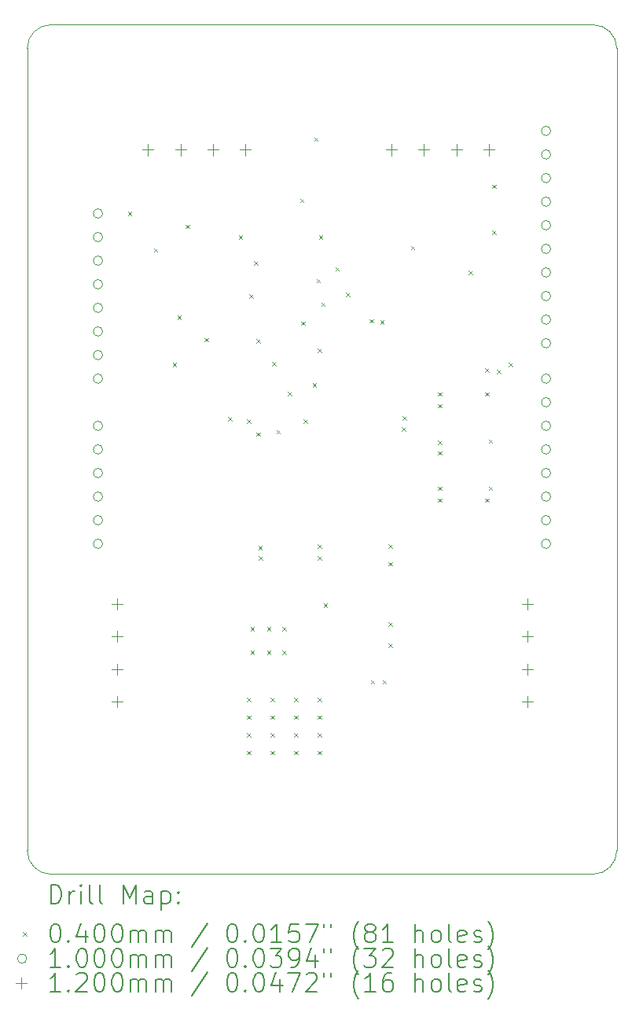
<source format=gbr>
%TF.GenerationSoftware,KiCad,Pcbnew,7.0.10*%
%TF.CreationDate,2024-03-17T22:01:36+02:00*%
%TF.ProjectId,MasterShield,4d617374-6572-4536-9869-656c642e6b69,rev?*%
%TF.SameCoordinates,Original*%
%TF.FileFunction,Drillmap*%
%TF.FilePolarity,Positive*%
%FSLAX45Y45*%
G04 Gerber Fmt 4.5, Leading zero omitted, Abs format (unit mm)*
G04 Created by KiCad (PCBNEW 7.0.10) date 2024-03-17 22:01:36*
%MOMM*%
%LPD*%
G01*
G04 APERTURE LIST*
%ADD10C,0.100000*%
%ADD11C,0.200000*%
%ADD12C,0.120000*%
G04 APERTURE END LIST*
D10*
X19558000Y-13462000D02*
G75*
G03*
X19812000Y-13716000I254000J0D01*
G01*
X19812000Y-4572000D02*
G75*
G03*
X19558000Y-4826000I0J-254000D01*
G01*
X25654000Y-13716000D02*
X20066000Y-13716000D01*
X20066000Y-13716000D02*
X19812000Y-13716000D01*
X19558000Y-13462000D02*
X19558000Y-4826000D01*
X25654000Y-13716000D02*
G75*
G03*
X25908000Y-13462000I0J254000D01*
G01*
X19812000Y-4572000D02*
X25654000Y-4572000D01*
X25908000Y-4826000D02*
X25908000Y-13462000D01*
X25908000Y-4826000D02*
G75*
G03*
X25654000Y-4572000I-254000J0D01*
G01*
D11*
D10*
X20642900Y-6584000D02*
X20682900Y-6624000D01*
X20682900Y-6584000D02*
X20642900Y-6624000D01*
X20922300Y-6977700D02*
X20962300Y-7017700D01*
X20962300Y-6977700D02*
X20922300Y-7017700D01*
X21125500Y-8209600D02*
X21165500Y-8249600D01*
X21165500Y-8209600D02*
X21125500Y-8249600D01*
X21176300Y-7701600D02*
X21216300Y-7741600D01*
X21216300Y-7701600D02*
X21176300Y-7741600D01*
X21265200Y-6723700D02*
X21305200Y-6763700D01*
X21305200Y-6723700D02*
X21265200Y-6763700D01*
X21468400Y-7942900D02*
X21508400Y-7982900D01*
X21508400Y-7942900D02*
X21468400Y-7982900D01*
X21722400Y-8793800D02*
X21762400Y-8833800D01*
X21762400Y-8793800D02*
X21722400Y-8833800D01*
X21836700Y-6838000D02*
X21876700Y-6878000D01*
X21876700Y-6838000D02*
X21836700Y-6878000D01*
X21925600Y-8819200D02*
X21965600Y-8859200D01*
X21965600Y-8819200D02*
X21925600Y-8859200D01*
X21925600Y-11816400D02*
X21965600Y-11856400D01*
X21965600Y-11816400D02*
X21925600Y-11856400D01*
X21925600Y-12006900D02*
X21965600Y-12046900D01*
X21965600Y-12006900D02*
X21925600Y-12046900D01*
X21925600Y-12197400D02*
X21965600Y-12237400D01*
X21965600Y-12197400D02*
X21925600Y-12237400D01*
X21925600Y-12387900D02*
X21965600Y-12427900D01*
X21965600Y-12387900D02*
X21925600Y-12427900D01*
X21951000Y-7473000D02*
X21991000Y-7513000D01*
X21991000Y-7473000D02*
X21951000Y-7513000D01*
X21963700Y-11054400D02*
X22003700Y-11094400D01*
X22003700Y-11054400D02*
X21963700Y-11094400D01*
X21963700Y-11308400D02*
X22003700Y-11348400D01*
X22003700Y-11308400D02*
X21963700Y-11348400D01*
X22001800Y-7117400D02*
X22041800Y-7157400D01*
X22041800Y-7117400D02*
X22001800Y-7157400D01*
X22027200Y-7955600D02*
X22067200Y-7995600D01*
X22067200Y-7955600D02*
X22027200Y-7995600D01*
X22027200Y-8958900D02*
X22067200Y-8998900D01*
X22067200Y-8958900D02*
X22027200Y-8998900D01*
X22048241Y-10181686D02*
X22088241Y-10221686D01*
X22088241Y-10181686D02*
X22048241Y-10221686D01*
X22052600Y-10292400D02*
X22092600Y-10332400D01*
X22092600Y-10292400D02*
X22052600Y-10332400D01*
X22141500Y-11054400D02*
X22181500Y-11094400D01*
X22181500Y-11054400D02*
X22141500Y-11094400D01*
X22141500Y-11308400D02*
X22181500Y-11348400D01*
X22181500Y-11308400D02*
X22141500Y-11348400D01*
X22179600Y-11816400D02*
X22219600Y-11856400D01*
X22219600Y-11816400D02*
X22179600Y-11856400D01*
X22179600Y-12006900D02*
X22219600Y-12046900D01*
X22219600Y-12006900D02*
X22179600Y-12046900D01*
X22179600Y-12197400D02*
X22219600Y-12237400D01*
X22219600Y-12197400D02*
X22179600Y-12237400D01*
X22179600Y-12387900D02*
X22219600Y-12427900D01*
X22219600Y-12387900D02*
X22179600Y-12427900D01*
X22193740Y-8202500D02*
X22233740Y-8242500D01*
X22233740Y-8202500D02*
X22193740Y-8242500D01*
X22243100Y-8933500D02*
X22283100Y-8973500D01*
X22283100Y-8933500D02*
X22243100Y-8973500D01*
X22306600Y-11054400D02*
X22346600Y-11094400D01*
X22346600Y-11054400D02*
X22306600Y-11094400D01*
X22306600Y-11308400D02*
X22346600Y-11348400D01*
X22346600Y-11308400D02*
X22306600Y-11348400D01*
X22363598Y-8520902D02*
X22403598Y-8560902D01*
X22403598Y-8520902D02*
X22363598Y-8560902D01*
X22433600Y-11816400D02*
X22473600Y-11856400D01*
X22473600Y-11816400D02*
X22433600Y-11856400D01*
X22433600Y-12006900D02*
X22473600Y-12046900D01*
X22473600Y-12006900D02*
X22433600Y-12046900D01*
X22433600Y-12197400D02*
X22473600Y-12237400D01*
X22473600Y-12197400D02*
X22433600Y-12237400D01*
X22433600Y-12387900D02*
X22473600Y-12427900D01*
X22473600Y-12387900D02*
X22433600Y-12427900D01*
X22497100Y-6444300D02*
X22537100Y-6484300D01*
X22537100Y-6444300D02*
X22497100Y-6484300D01*
X22509800Y-7765100D02*
X22549800Y-7805100D01*
X22549800Y-7765100D02*
X22509800Y-7805100D01*
X22535200Y-8819200D02*
X22575200Y-8859200D01*
X22575200Y-8819200D02*
X22535200Y-8859200D01*
X22630450Y-8431850D02*
X22670450Y-8471850D01*
X22670450Y-8431850D02*
X22630450Y-8471850D01*
X22649500Y-5783900D02*
X22689500Y-5823900D01*
X22689500Y-5783900D02*
X22649500Y-5823900D01*
X22674900Y-7307900D02*
X22714900Y-7347900D01*
X22714900Y-7307900D02*
X22674900Y-7347900D01*
X22687600Y-8057200D02*
X22727600Y-8097200D01*
X22727600Y-8057200D02*
X22687600Y-8097200D01*
X22687600Y-10165400D02*
X22727600Y-10205400D01*
X22727600Y-10165400D02*
X22687600Y-10205400D01*
X22687600Y-10292400D02*
X22727600Y-10332400D01*
X22727600Y-10292400D02*
X22687600Y-10332400D01*
X22687600Y-11816400D02*
X22727600Y-11856400D01*
X22727600Y-11816400D02*
X22687600Y-11856400D01*
X22687600Y-12006900D02*
X22727600Y-12046900D01*
X22727600Y-12006900D02*
X22687600Y-12046900D01*
X22687600Y-12197400D02*
X22727600Y-12237400D01*
X22727600Y-12197400D02*
X22687600Y-12237400D01*
X22687600Y-12387900D02*
X22727600Y-12427900D01*
X22727600Y-12387900D02*
X22687600Y-12427900D01*
X22700300Y-6838000D02*
X22740300Y-6878000D01*
X22740300Y-6838000D02*
X22700300Y-6878000D01*
X22725700Y-7561900D02*
X22765700Y-7601900D01*
X22765700Y-7561900D02*
X22725700Y-7601900D01*
X22751100Y-10800400D02*
X22791100Y-10840400D01*
X22791100Y-10800400D02*
X22751100Y-10840400D01*
X22878100Y-7180900D02*
X22918100Y-7220900D01*
X22918100Y-7180900D02*
X22878100Y-7220900D01*
X22992400Y-7453800D02*
X23032400Y-7493800D01*
X23032400Y-7453800D02*
X22992400Y-7493800D01*
X23246400Y-7739700D02*
X23286400Y-7779700D01*
X23286400Y-7739700D02*
X23246400Y-7779700D01*
X23259100Y-11625900D02*
X23299100Y-11665900D01*
X23299100Y-11625900D02*
X23259100Y-11665900D01*
X23360700Y-7752400D02*
X23400700Y-7792400D01*
X23400700Y-7752400D02*
X23360700Y-7792400D01*
X23386100Y-11625900D02*
X23426100Y-11665900D01*
X23426100Y-11625900D02*
X23386100Y-11665900D01*
X23449600Y-10165400D02*
X23489600Y-10205400D01*
X23489600Y-10165400D02*
X23449600Y-10205400D01*
X23449600Y-10355900D02*
X23489600Y-10395900D01*
X23489600Y-10355900D02*
X23449600Y-10395900D01*
X23449600Y-11003600D02*
X23489600Y-11043600D01*
X23489600Y-11003600D02*
X23449600Y-11043600D01*
X23449600Y-11232200D02*
X23489600Y-11272200D01*
X23489600Y-11232200D02*
X23449600Y-11272200D01*
X23591840Y-8905560D02*
X23631840Y-8945560D01*
X23631840Y-8905560D02*
X23591840Y-8945560D01*
X23599460Y-8783640D02*
X23639460Y-8823640D01*
X23639460Y-8783640D02*
X23599460Y-8823640D01*
X23690900Y-6952300D02*
X23730900Y-6992300D01*
X23730900Y-6952300D02*
X23690900Y-6992300D01*
X23983000Y-8527100D02*
X24023000Y-8567100D01*
X24023000Y-8527100D02*
X23983000Y-8567100D01*
X23983000Y-8654100D02*
X24023000Y-8694100D01*
X24023000Y-8654100D02*
X23983000Y-8694100D01*
X23983000Y-9047800D02*
X24023000Y-9087800D01*
X24023000Y-9047800D02*
X23983000Y-9087800D01*
X23983000Y-9162100D02*
X24023000Y-9202100D01*
X24023000Y-9162100D02*
X23983000Y-9202100D01*
X23983000Y-9543100D02*
X24023000Y-9583100D01*
X24023000Y-9543100D02*
X23983000Y-9583100D01*
X23983000Y-9670100D02*
X24023000Y-9710100D01*
X24023000Y-9670100D02*
X23983000Y-9710100D01*
X24313200Y-7219000D02*
X24353200Y-7259000D01*
X24353200Y-7219000D02*
X24313200Y-7259000D01*
X24491000Y-8270247D02*
X24531000Y-8310247D01*
X24531000Y-8270247D02*
X24491000Y-8310247D01*
X24491000Y-8527100D02*
X24531000Y-8567100D01*
X24531000Y-8527100D02*
X24491000Y-8567100D01*
X24491000Y-9670100D02*
X24531000Y-9710100D01*
X24531000Y-9670100D02*
X24491000Y-9710100D01*
X24529100Y-9035100D02*
X24569100Y-9075100D01*
X24569100Y-9035100D02*
X24529100Y-9075100D01*
X24529100Y-9543100D02*
X24569100Y-9583100D01*
X24569100Y-9543100D02*
X24529100Y-9583100D01*
X24567200Y-6291900D02*
X24607200Y-6331900D01*
X24607200Y-6291900D02*
X24567200Y-6331900D01*
X24567200Y-6787200D02*
X24607200Y-6827200D01*
X24607200Y-6787200D02*
X24567200Y-6827200D01*
X24618000Y-8285800D02*
X24658000Y-8325800D01*
X24658000Y-8285800D02*
X24618000Y-8325800D01*
X24745000Y-8209600D02*
X24785000Y-8249600D01*
X24785000Y-8209600D02*
X24745000Y-8249600D01*
X20370000Y-6604000D02*
G75*
G03*
X20270000Y-6604000I-50000J0D01*
G01*
X20270000Y-6604000D02*
G75*
G03*
X20370000Y-6604000I50000J0D01*
G01*
X20370000Y-6858000D02*
G75*
G03*
X20270000Y-6858000I-50000J0D01*
G01*
X20270000Y-6858000D02*
G75*
G03*
X20370000Y-6858000I50000J0D01*
G01*
X20370000Y-7112000D02*
G75*
G03*
X20270000Y-7112000I-50000J0D01*
G01*
X20270000Y-7112000D02*
G75*
G03*
X20370000Y-7112000I50000J0D01*
G01*
X20370000Y-7366000D02*
G75*
G03*
X20270000Y-7366000I-50000J0D01*
G01*
X20270000Y-7366000D02*
G75*
G03*
X20370000Y-7366000I50000J0D01*
G01*
X20370000Y-7620000D02*
G75*
G03*
X20270000Y-7620000I-50000J0D01*
G01*
X20270000Y-7620000D02*
G75*
G03*
X20370000Y-7620000I50000J0D01*
G01*
X20370000Y-7874000D02*
G75*
G03*
X20270000Y-7874000I-50000J0D01*
G01*
X20270000Y-7874000D02*
G75*
G03*
X20370000Y-7874000I50000J0D01*
G01*
X20370000Y-8128000D02*
G75*
G03*
X20270000Y-8128000I-50000J0D01*
G01*
X20270000Y-8128000D02*
G75*
G03*
X20370000Y-8128000I50000J0D01*
G01*
X20370000Y-8382000D02*
G75*
G03*
X20270000Y-8382000I-50000J0D01*
G01*
X20270000Y-8382000D02*
G75*
G03*
X20370000Y-8382000I50000J0D01*
G01*
X20370000Y-8890000D02*
G75*
G03*
X20270000Y-8890000I-50000J0D01*
G01*
X20270000Y-8890000D02*
G75*
G03*
X20370000Y-8890000I50000J0D01*
G01*
X20370000Y-9144000D02*
G75*
G03*
X20270000Y-9144000I-50000J0D01*
G01*
X20270000Y-9144000D02*
G75*
G03*
X20370000Y-9144000I50000J0D01*
G01*
X20370000Y-9398000D02*
G75*
G03*
X20270000Y-9398000I-50000J0D01*
G01*
X20270000Y-9398000D02*
G75*
G03*
X20370000Y-9398000I50000J0D01*
G01*
X20370000Y-9652000D02*
G75*
G03*
X20270000Y-9652000I-50000J0D01*
G01*
X20270000Y-9652000D02*
G75*
G03*
X20370000Y-9652000I50000J0D01*
G01*
X20370000Y-9906000D02*
G75*
G03*
X20270000Y-9906000I-50000J0D01*
G01*
X20270000Y-9906000D02*
G75*
G03*
X20370000Y-9906000I50000J0D01*
G01*
X20370000Y-10160000D02*
G75*
G03*
X20270000Y-10160000I-50000J0D01*
G01*
X20270000Y-10160000D02*
G75*
G03*
X20370000Y-10160000I50000J0D01*
G01*
X25196000Y-5715000D02*
G75*
G03*
X25096000Y-5715000I-50000J0D01*
G01*
X25096000Y-5715000D02*
G75*
G03*
X25196000Y-5715000I50000J0D01*
G01*
X25196000Y-5969000D02*
G75*
G03*
X25096000Y-5969000I-50000J0D01*
G01*
X25096000Y-5969000D02*
G75*
G03*
X25196000Y-5969000I50000J0D01*
G01*
X25196000Y-6223000D02*
G75*
G03*
X25096000Y-6223000I-50000J0D01*
G01*
X25096000Y-6223000D02*
G75*
G03*
X25196000Y-6223000I50000J0D01*
G01*
X25196000Y-6477000D02*
G75*
G03*
X25096000Y-6477000I-50000J0D01*
G01*
X25096000Y-6477000D02*
G75*
G03*
X25196000Y-6477000I50000J0D01*
G01*
X25196000Y-6731000D02*
G75*
G03*
X25096000Y-6731000I-50000J0D01*
G01*
X25096000Y-6731000D02*
G75*
G03*
X25196000Y-6731000I50000J0D01*
G01*
X25196000Y-6985000D02*
G75*
G03*
X25096000Y-6985000I-50000J0D01*
G01*
X25096000Y-6985000D02*
G75*
G03*
X25196000Y-6985000I50000J0D01*
G01*
X25196000Y-7239000D02*
G75*
G03*
X25096000Y-7239000I-50000J0D01*
G01*
X25096000Y-7239000D02*
G75*
G03*
X25196000Y-7239000I50000J0D01*
G01*
X25196000Y-7493000D02*
G75*
G03*
X25096000Y-7493000I-50000J0D01*
G01*
X25096000Y-7493000D02*
G75*
G03*
X25196000Y-7493000I50000J0D01*
G01*
X25196000Y-7747000D02*
G75*
G03*
X25096000Y-7747000I-50000J0D01*
G01*
X25096000Y-7747000D02*
G75*
G03*
X25196000Y-7747000I50000J0D01*
G01*
X25196000Y-8001000D02*
G75*
G03*
X25096000Y-8001000I-50000J0D01*
G01*
X25096000Y-8001000D02*
G75*
G03*
X25196000Y-8001000I50000J0D01*
G01*
X25196000Y-8382000D02*
G75*
G03*
X25096000Y-8382000I-50000J0D01*
G01*
X25096000Y-8382000D02*
G75*
G03*
X25196000Y-8382000I50000J0D01*
G01*
X25196000Y-8636000D02*
G75*
G03*
X25096000Y-8636000I-50000J0D01*
G01*
X25096000Y-8636000D02*
G75*
G03*
X25196000Y-8636000I50000J0D01*
G01*
X25196000Y-8890000D02*
G75*
G03*
X25096000Y-8890000I-50000J0D01*
G01*
X25096000Y-8890000D02*
G75*
G03*
X25196000Y-8890000I50000J0D01*
G01*
X25196000Y-9144000D02*
G75*
G03*
X25096000Y-9144000I-50000J0D01*
G01*
X25096000Y-9144000D02*
G75*
G03*
X25196000Y-9144000I50000J0D01*
G01*
X25196000Y-9398000D02*
G75*
G03*
X25096000Y-9398000I-50000J0D01*
G01*
X25096000Y-9398000D02*
G75*
G03*
X25196000Y-9398000I50000J0D01*
G01*
X25196000Y-9652000D02*
G75*
G03*
X25096000Y-9652000I-50000J0D01*
G01*
X25096000Y-9652000D02*
G75*
G03*
X25196000Y-9652000I50000J0D01*
G01*
X25196000Y-9906000D02*
G75*
G03*
X25096000Y-9906000I-50000J0D01*
G01*
X25096000Y-9906000D02*
G75*
G03*
X25196000Y-9906000I50000J0D01*
G01*
X25196000Y-10160000D02*
G75*
G03*
X25096000Y-10160000I-50000J0D01*
G01*
X25096000Y-10160000D02*
G75*
G03*
X25196000Y-10160000I50000J0D01*
G01*
D12*
X20523200Y-10747700D02*
X20523200Y-10867700D01*
X20463200Y-10807700D02*
X20583200Y-10807700D01*
X20523200Y-11097700D02*
X20523200Y-11217700D01*
X20463200Y-11157700D02*
X20583200Y-11157700D01*
X20523200Y-11447700D02*
X20523200Y-11567700D01*
X20463200Y-11507700D02*
X20583200Y-11507700D01*
X20523200Y-11797700D02*
X20523200Y-11917700D01*
X20463200Y-11857700D02*
X20583200Y-11857700D01*
X20859000Y-5858200D02*
X20859000Y-5978200D01*
X20799000Y-5918200D02*
X20919000Y-5918200D01*
X21209000Y-5858200D02*
X21209000Y-5978200D01*
X21149000Y-5918200D02*
X21269000Y-5918200D01*
X21559000Y-5858200D02*
X21559000Y-5978200D01*
X21499000Y-5918200D02*
X21619000Y-5918200D01*
X21909000Y-5858200D02*
X21909000Y-5978200D01*
X21849000Y-5918200D02*
X21969000Y-5918200D01*
X23480800Y-5858200D02*
X23480800Y-5978200D01*
X23420800Y-5918200D02*
X23540800Y-5918200D01*
X23830800Y-5858200D02*
X23830800Y-5978200D01*
X23770800Y-5918200D02*
X23890800Y-5918200D01*
X24180800Y-5858200D02*
X24180800Y-5978200D01*
X24120800Y-5918200D02*
X24240800Y-5918200D01*
X24530800Y-5858200D02*
X24530800Y-5978200D01*
X24470800Y-5918200D02*
X24590800Y-5918200D01*
X24947880Y-10747700D02*
X24947880Y-10867700D01*
X24887880Y-10807700D02*
X25007880Y-10807700D01*
X24947880Y-11097700D02*
X24947880Y-11217700D01*
X24887880Y-11157700D02*
X25007880Y-11157700D01*
X24947880Y-11447700D02*
X24947880Y-11567700D01*
X24887880Y-11507700D02*
X25007880Y-11507700D01*
X24947880Y-11797700D02*
X24947880Y-11917700D01*
X24887880Y-11857700D02*
X25007880Y-11857700D01*
D11*
X19813777Y-14032484D02*
X19813777Y-13832484D01*
X19813777Y-13832484D02*
X19861396Y-13832484D01*
X19861396Y-13832484D02*
X19889967Y-13842008D01*
X19889967Y-13842008D02*
X19909015Y-13861055D01*
X19909015Y-13861055D02*
X19918539Y-13880103D01*
X19918539Y-13880103D02*
X19928063Y-13918198D01*
X19928063Y-13918198D02*
X19928063Y-13946769D01*
X19928063Y-13946769D02*
X19918539Y-13984865D01*
X19918539Y-13984865D02*
X19909015Y-14003912D01*
X19909015Y-14003912D02*
X19889967Y-14022960D01*
X19889967Y-14022960D02*
X19861396Y-14032484D01*
X19861396Y-14032484D02*
X19813777Y-14032484D01*
X20013777Y-14032484D02*
X20013777Y-13899150D01*
X20013777Y-13937246D02*
X20023301Y-13918198D01*
X20023301Y-13918198D02*
X20032824Y-13908674D01*
X20032824Y-13908674D02*
X20051872Y-13899150D01*
X20051872Y-13899150D02*
X20070920Y-13899150D01*
X20137586Y-14032484D02*
X20137586Y-13899150D01*
X20137586Y-13832484D02*
X20128063Y-13842008D01*
X20128063Y-13842008D02*
X20137586Y-13851531D01*
X20137586Y-13851531D02*
X20147110Y-13842008D01*
X20147110Y-13842008D02*
X20137586Y-13832484D01*
X20137586Y-13832484D02*
X20137586Y-13851531D01*
X20261396Y-14032484D02*
X20242348Y-14022960D01*
X20242348Y-14022960D02*
X20232824Y-14003912D01*
X20232824Y-14003912D02*
X20232824Y-13832484D01*
X20366158Y-14032484D02*
X20347110Y-14022960D01*
X20347110Y-14022960D02*
X20337586Y-14003912D01*
X20337586Y-14003912D02*
X20337586Y-13832484D01*
X20594729Y-14032484D02*
X20594729Y-13832484D01*
X20594729Y-13832484D02*
X20661396Y-13975341D01*
X20661396Y-13975341D02*
X20728063Y-13832484D01*
X20728063Y-13832484D02*
X20728063Y-14032484D01*
X20909015Y-14032484D02*
X20909015Y-13927722D01*
X20909015Y-13927722D02*
X20899491Y-13908674D01*
X20899491Y-13908674D02*
X20880444Y-13899150D01*
X20880444Y-13899150D02*
X20842348Y-13899150D01*
X20842348Y-13899150D02*
X20823301Y-13908674D01*
X20909015Y-14022960D02*
X20889967Y-14032484D01*
X20889967Y-14032484D02*
X20842348Y-14032484D01*
X20842348Y-14032484D02*
X20823301Y-14022960D01*
X20823301Y-14022960D02*
X20813777Y-14003912D01*
X20813777Y-14003912D02*
X20813777Y-13984865D01*
X20813777Y-13984865D02*
X20823301Y-13965817D01*
X20823301Y-13965817D02*
X20842348Y-13956293D01*
X20842348Y-13956293D02*
X20889967Y-13956293D01*
X20889967Y-13956293D02*
X20909015Y-13946769D01*
X21004253Y-13899150D02*
X21004253Y-14099150D01*
X21004253Y-13908674D02*
X21023301Y-13899150D01*
X21023301Y-13899150D02*
X21061396Y-13899150D01*
X21061396Y-13899150D02*
X21080444Y-13908674D01*
X21080444Y-13908674D02*
X21089967Y-13918198D01*
X21089967Y-13918198D02*
X21099491Y-13937246D01*
X21099491Y-13937246D02*
X21099491Y-13994388D01*
X21099491Y-13994388D02*
X21089967Y-14013436D01*
X21089967Y-14013436D02*
X21080444Y-14022960D01*
X21080444Y-14022960D02*
X21061396Y-14032484D01*
X21061396Y-14032484D02*
X21023301Y-14032484D01*
X21023301Y-14032484D02*
X21004253Y-14022960D01*
X21185205Y-14013436D02*
X21194729Y-14022960D01*
X21194729Y-14022960D02*
X21185205Y-14032484D01*
X21185205Y-14032484D02*
X21175682Y-14022960D01*
X21175682Y-14022960D02*
X21185205Y-14013436D01*
X21185205Y-14013436D02*
X21185205Y-14032484D01*
X21185205Y-13908674D02*
X21194729Y-13918198D01*
X21194729Y-13918198D02*
X21185205Y-13927722D01*
X21185205Y-13927722D02*
X21175682Y-13918198D01*
X21175682Y-13918198D02*
X21185205Y-13908674D01*
X21185205Y-13908674D02*
X21185205Y-13927722D01*
D10*
X19513000Y-14341000D02*
X19553000Y-14381000D01*
X19553000Y-14341000D02*
X19513000Y-14381000D01*
D11*
X19851872Y-14252484D02*
X19870920Y-14252484D01*
X19870920Y-14252484D02*
X19889967Y-14262008D01*
X19889967Y-14262008D02*
X19899491Y-14271531D01*
X19899491Y-14271531D02*
X19909015Y-14290579D01*
X19909015Y-14290579D02*
X19918539Y-14328674D01*
X19918539Y-14328674D02*
X19918539Y-14376293D01*
X19918539Y-14376293D02*
X19909015Y-14414388D01*
X19909015Y-14414388D02*
X19899491Y-14433436D01*
X19899491Y-14433436D02*
X19889967Y-14442960D01*
X19889967Y-14442960D02*
X19870920Y-14452484D01*
X19870920Y-14452484D02*
X19851872Y-14452484D01*
X19851872Y-14452484D02*
X19832824Y-14442960D01*
X19832824Y-14442960D02*
X19823301Y-14433436D01*
X19823301Y-14433436D02*
X19813777Y-14414388D01*
X19813777Y-14414388D02*
X19804253Y-14376293D01*
X19804253Y-14376293D02*
X19804253Y-14328674D01*
X19804253Y-14328674D02*
X19813777Y-14290579D01*
X19813777Y-14290579D02*
X19823301Y-14271531D01*
X19823301Y-14271531D02*
X19832824Y-14262008D01*
X19832824Y-14262008D02*
X19851872Y-14252484D01*
X20004253Y-14433436D02*
X20013777Y-14442960D01*
X20013777Y-14442960D02*
X20004253Y-14452484D01*
X20004253Y-14452484D02*
X19994729Y-14442960D01*
X19994729Y-14442960D02*
X20004253Y-14433436D01*
X20004253Y-14433436D02*
X20004253Y-14452484D01*
X20185205Y-14319150D02*
X20185205Y-14452484D01*
X20137586Y-14242960D02*
X20089967Y-14385817D01*
X20089967Y-14385817D02*
X20213777Y-14385817D01*
X20328063Y-14252484D02*
X20347110Y-14252484D01*
X20347110Y-14252484D02*
X20366158Y-14262008D01*
X20366158Y-14262008D02*
X20375682Y-14271531D01*
X20375682Y-14271531D02*
X20385205Y-14290579D01*
X20385205Y-14290579D02*
X20394729Y-14328674D01*
X20394729Y-14328674D02*
X20394729Y-14376293D01*
X20394729Y-14376293D02*
X20385205Y-14414388D01*
X20385205Y-14414388D02*
X20375682Y-14433436D01*
X20375682Y-14433436D02*
X20366158Y-14442960D01*
X20366158Y-14442960D02*
X20347110Y-14452484D01*
X20347110Y-14452484D02*
X20328063Y-14452484D01*
X20328063Y-14452484D02*
X20309015Y-14442960D01*
X20309015Y-14442960D02*
X20299491Y-14433436D01*
X20299491Y-14433436D02*
X20289967Y-14414388D01*
X20289967Y-14414388D02*
X20280444Y-14376293D01*
X20280444Y-14376293D02*
X20280444Y-14328674D01*
X20280444Y-14328674D02*
X20289967Y-14290579D01*
X20289967Y-14290579D02*
X20299491Y-14271531D01*
X20299491Y-14271531D02*
X20309015Y-14262008D01*
X20309015Y-14262008D02*
X20328063Y-14252484D01*
X20518539Y-14252484D02*
X20537586Y-14252484D01*
X20537586Y-14252484D02*
X20556634Y-14262008D01*
X20556634Y-14262008D02*
X20566158Y-14271531D01*
X20566158Y-14271531D02*
X20575682Y-14290579D01*
X20575682Y-14290579D02*
X20585205Y-14328674D01*
X20585205Y-14328674D02*
X20585205Y-14376293D01*
X20585205Y-14376293D02*
X20575682Y-14414388D01*
X20575682Y-14414388D02*
X20566158Y-14433436D01*
X20566158Y-14433436D02*
X20556634Y-14442960D01*
X20556634Y-14442960D02*
X20537586Y-14452484D01*
X20537586Y-14452484D02*
X20518539Y-14452484D01*
X20518539Y-14452484D02*
X20499491Y-14442960D01*
X20499491Y-14442960D02*
X20489967Y-14433436D01*
X20489967Y-14433436D02*
X20480444Y-14414388D01*
X20480444Y-14414388D02*
X20470920Y-14376293D01*
X20470920Y-14376293D02*
X20470920Y-14328674D01*
X20470920Y-14328674D02*
X20480444Y-14290579D01*
X20480444Y-14290579D02*
X20489967Y-14271531D01*
X20489967Y-14271531D02*
X20499491Y-14262008D01*
X20499491Y-14262008D02*
X20518539Y-14252484D01*
X20670920Y-14452484D02*
X20670920Y-14319150D01*
X20670920Y-14338198D02*
X20680444Y-14328674D01*
X20680444Y-14328674D02*
X20699491Y-14319150D01*
X20699491Y-14319150D02*
X20728063Y-14319150D01*
X20728063Y-14319150D02*
X20747110Y-14328674D01*
X20747110Y-14328674D02*
X20756634Y-14347722D01*
X20756634Y-14347722D02*
X20756634Y-14452484D01*
X20756634Y-14347722D02*
X20766158Y-14328674D01*
X20766158Y-14328674D02*
X20785205Y-14319150D01*
X20785205Y-14319150D02*
X20813777Y-14319150D01*
X20813777Y-14319150D02*
X20832825Y-14328674D01*
X20832825Y-14328674D02*
X20842348Y-14347722D01*
X20842348Y-14347722D02*
X20842348Y-14452484D01*
X20937586Y-14452484D02*
X20937586Y-14319150D01*
X20937586Y-14338198D02*
X20947110Y-14328674D01*
X20947110Y-14328674D02*
X20966158Y-14319150D01*
X20966158Y-14319150D02*
X20994729Y-14319150D01*
X20994729Y-14319150D02*
X21013777Y-14328674D01*
X21013777Y-14328674D02*
X21023301Y-14347722D01*
X21023301Y-14347722D02*
X21023301Y-14452484D01*
X21023301Y-14347722D02*
X21032825Y-14328674D01*
X21032825Y-14328674D02*
X21051872Y-14319150D01*
X21051872Y-14319150D02*
X21080444Y-14319150D01*
X21080444Y-14319150D02*
X21099491Y-14328674D01*
X21099491Y-14328674D02*
X21109015Y-14347722D01*
X21109015Y-14347722D02*
X21109015Y-14452484D01*
X21499491Y-14242960D02*
X21328063Y-14500103D01*
X21756634Y-14252484D02*
X21775682Y-14252484D01*
X21775682Y-14252484D02*
X21794729Y-14262008D01*
X21794729Y-14262008D02*
X21804253Y-14271531D01*
X21804253Y-14271531D02*
X21813777Y-14290579D01*
X21813777Y-14290579D02*
X21823301Y-14328674D01*
X21823301Y-14328674D02*
X21823301Y-14376293D01*
X21823301Y-14376293D02*
X21813777Y-14414388D01*
X21813777Y-14414388D02*
X21804253Y-14433436D01*
X21804253Y-14433436D02*
X21794729Y-14442960D01*
X21794729Y-14442960D02*
X21775682Y-14452484D01*
X21775682Y-14452484D02*
X21756634Y-14452484D01*
X21756634Y-14452484D02*
X21737587Y-14442960D01*
X21737587Y-14442960D02*
X21728063Y-14433436D01*
X21728063Y-14433436D02*
X21718539Y-14414388D01*
X21718539Y-14414388D02*
X21709015Y-14376293D01*
X21709015Y-14376293D02*
X21709015Y-14328674D01*
X21709015Y-14328674D02*
X21718539Y-14290579D01*
X21718539Y-14290579D02*
X21728063Y-14271531D01*
X21728063Y-14271531D02*
X21737587Y-14262008D01*
X21737587Y-14262008D02*
X21756634Y-14252484D01*
X21909015Y-14433436D02*
X21918539Y-14442960D01*
X21918539Y-14442960D02*
X21909015Y-14452484D01*
X21909015Y-14452484D02*
X21899491Y-14442960D01*
X21899491Y-14442960D02*
X21909015Y-14433436D01*
X21909015Y-14433436D02*
X21909015Y-14452484D01*
X22042348Y-14252484D02*
X22061396Y-14252484D01*
X22061396Y-14252484D02*
X22080444Y-14262008D01*
X22080444Y-14262008D02*
X22089968Y-14271531D01*
X22089968Y-14271531D02*
X22099491Y-14290579D01*
X22099491Y-14290579D02*
X22109015Y-14328674D01*
X22109015Y-14328674D02*
X22109015Y-14376293D01*
X22109015Y-14376293D02*
X22099491Y-14414388D01*
X22099491Y-14414388D02*
X22089968Y-14433436D01*
X22089968Y-14433436D02*
X22080444Y-14442960D01*
X22080444Y-14442960D02*
X22061396Y-14452484D01*
X22061396Y-14452484D02*
X22042348Y-14452484D01*
X22042348Y-14452484D02*
X22023301Y-14442960D01*
X22023301Y-14442960D02*
X22013777Y-14433436D01*
X22013777Y-14433436D02*
X22004253Y-14414388D01*
X22004253Y-14414388D02*
X21994729Y-14376293D01*
X21994729Y-14376293D02*
X21994729Y-14328674D01*
X21994729Y-14328674D02*
X22004253Y-14290579D01*
X22004253Y-14290579D02*
X22013777Y-14271531D01*
X22013777Y-14271531D02*
X22023301Y-14262008D01*
X22023301Y-14262008D02*
X22042348Y-14252484D01*
X22299491Y-14452484D02*
X22185206Y-14452484D01*
X22242348Y-14452484D02*
X22242348Y-14252484D01*
X22242348Y-14252484D02*
X22223301Y-14281055D01*
X22223301Y-14281055D02*
X22204253Y-14300103D01*
X22204253Y-14300103D02*
X22185206Y-14309627D01*
X22480444Y-14252484D02*
X22385206Y-14252484D01*
X22385206Y-14252484D02*
X22375682Y-14347722D01*
X22375682Y-14347722D02*
X22385206Y-14338198D01*
X22385206Y-14338198D02*
X22404253Y-14328674D01*
X22404253Y-14328674D02*
X22451872Y-14328674D01*
X22451872Y-14328674D02*
X22470920Y-14338198D01*
X22470920Y-14338198D02*
X22480444Y-14347722D01*
X22480444Y-14347722D02*
X22489967Y-14366769D01*
X22489967Y-14366769D02*
X22489967Y-14414388D01*
X22489967Y-14414388D02*
X22480444Y-14433436D01*
X22480444Y-14433436D02*
X22470920Y-14442960D01*
X22470920Y-14442960D02*
X22451872Y-14452484D01*
X22451872Y-14452484D02*
X22404253Y-14452484D01*
X22404253Y-14452484D02*
X22385206Y-14442960D01*
X22385206Y-14442960D02*
X22375682Y-14433436D01*
X22556634Y-14252484D02*
X22689967Y-14252484D01*
X22689967Y-14252484D02*
X22604253Y-14452484D01*
X22756634Y-14252484D02*
X22756634Y-14290579D01*
X22832825Y-14252484D02*
X22832825Y-14290579D01*
X23128063Y-14528674D02*
X23118539Y-14519150D01*
X23118539Y-14519150D02*
X23099491Y-14490579D01*
X23099491Y-14490579D02*
X23089968Y-14471531D01*
X23089968Y-14471531D02*
X23080444Y-14442960D01*
X23080444Y-14442960D02*
X23070920Y-14395341D01*
X23070920Y-14395341D02*
X23070920Y-14357246D01*
X23070920Y-14357246D02*
X23080444Y-14309627D01*
X23080444Y-14309627D02*
X23089968Y-14281055D01*
X23089968Y-14281055D02*
X23099491Y-14262008D01*
X23099491Y-14262008D02*
X23118539Y-14233436D01*
X23118539Y-14233436D02*
X23128063Y-14223912D01*
X23232825Y-14338198D02*
X23213777Y-14328674D01*
X23213777Y-14328674D02*
X23204253Y-14319150D01*
X23204253Y-14319150D02*
X23194729Y-14300103D01*
X23194729Y-14300103D02*
X23194729Y-14290579D01*
X23194729Y-14290579D02*
X23204253Y-14271531D01*
X23204253Y-14271531D02*
X23213777Y-14262008D01*
X23213777Y-14262008D02*
X23232825Y-14252484D01*
X23232825Y-14252484D02*
X23270920Y-14252484D01*
X23270920Y-14252484D02*
X23289968Y-14262008D01*
X23289968Y-14262008D02*
X23299491Y-14271531D01*
X23299491Y-14271531D02*
X23309015Y-14290579D01*
X23309015Y-14290579D02*
X23309015Y-14300103D01*
X23309015Y-14300103D02*
X23299491Y-14319150D01*
X23299491Y-14319150D02*
X23289968Y-14328674D01*
X23289968Y-14328674D02*
X23270920Y-14338198D01*
X23270920Y-14338198D02*
X23232825Y-14338198D01*
X23232825Y-14338198D02*
X23213777Y-14347722D01*
X23213777Y-14347722D02*
X23204253Y-14357246D01*
X23204253Y-14357246D02*
X23194729Y-14376293D01*
X23194729Y-14376293D02*
X23194729Y-14414388D01*
X23194729Y-14414388D02*
X23204253Y-14433436D01*
X23204253Y-14433436D02*
X23213777Y-14442960D01*
X23213777Y-14442960D02*
X23232825Y-14452484D01*
X23232825Y-14452484D02*
X23270920Y-14452484D01*
X23270920Y-14452484D02*
X23289968Y-14442960D01*
X23289968Y-14442960D02*
X23299491Y-14433436D01*
X23299491Y-14433436D02*
X23309015Y-14414388D01*
X23309015Y-14414388D02*
X23309015Y-14376293D01*
X23309015Y-14376293D02*
X23299491Y-14357246D01*
X23299491Y-14357246D02*
X23289968Y-14347722D01*
X23289968Y-14347722D02*
X23270920Y-14338198D01*
X23499491Y-14452484D02*
X23385206Y-14452484D01*
X23442348Y-14452484D02*
X23442348Y-14252484D01*
X23442348Y-14252484D02*
X23423301Y-14281055D01*
X23423301Y-14281055D02*
X23404253Y-14300103D01*
X23404253Y-14300103D02*
X23385206Y-14309627D01*
X23737587Y-14452484D02*
X23737587Y-14252484D01*
X23823301Y-14452484D02*
X23823301Y-14347722D01*
X23823301Y-14347722D02*
X23813777Y-14328674D01*
X23813777Y-14328674D02*
X23794730Y-14319150D01*
X23794730Y-14319150D02*
X23766158Y-14319150D01*
X23766158Y-14319150D02*
X23747110Y-14328674D01*
X23747110Y-14328674D02*
X23737587Y-14338198D01*
X23947110Y-14452484D02*
X23928063Y-14442960D01*
X23928063Y-14442960D02*
X23918539Y-14433436D01*
X23918539Y-14433436D02*
X23909015Y-14414388D01*
X23909015Y-14414388D02*
X23909015Y-14357246D01*
X23909015Y-14357246D02*
X23918539Y-14338198D01*
X23918539Y-14338198D02*
X23928063Y-14328674D01*
X23928063Y-14328674D02*
X23947110Y-14319150D01*
X23947110Y-14319150D02*
X23975682Y-14319150D01*
X23975682Y-14319150D02*
X23994730Y-14328674D01*
X23994730Y-14328674D02*
X24004253Y-14338198D01*
X24004253Y-14338198D02*
X24013777Y-14357246D01*
X24013777Y-14357246D02*
X24013777Y-14414388D01*
X24013777Y-14414388D02*
X24004253Y-14433436D01*
X24004253Y-14433436D02*
X23994730Y-14442960D01*
X23994730Y-14442960D02*
X23975682Y-14452484D01*
X23975682Y-14452484D02*
X23947110Y-14452484D01*
X24128063Y-14452484D02*
X24109015Y-14442960D01*
X24109015Y-14442960D02*
X24099491Y-14423912D01*
X24099491Y-14423912D02*
X24099491Y-14252484D01*
X24280444Y-14442960D02*
X24261396Y-14452484D01*
X24261396Y-14452484D02*
X24223301Y-14452484D01*
X24223301Y-14452484D02*
X24204253Y-14442960D01*
X24204253Y-14442960D02*
X24194730Y-14423912D01*
X24194730Y-14423912D02*
X24194730Y-14347722D01*
X24194730Y-14347722D02*
X24204253Y-14328674D01*
X24204253Y-14328674D02*
X24223301Y-14319150D01*
X24223301Y-14319150D02*
X24261396Y-14319150D01*
X24261396Y-14319150D02*
X24280444Y-14328674D01*
X24280444Y-14328674D02*
X24289968Y-14347722D01*
X24289968Y-14347722D02*
X24289968Y-14366769D01*
X24289968Y-14366769D02*
X24194730Y-14385817D01*
X24366158Y-14442960D02*
X24385206Y-14452484D01*
X24385206Y-14452484D02*
X24423301Y-14452484D01*
X24423301Y-14452484D02*
X24442349Y-14442960D01*
X24442349Y-14442960D02*
X24451872Y-14423912D01*
X24451872Y-14423912D02*
X24451872Y-14414388D01*
X24451872Y-14414388D02*
X24442349Y-14395341D01*
X24442349Y-14395341D02*
X24423301Y-14385817D01*
X24423301Y-14385817D02*
X24394730Y-14385817D01*
X24394730Y-14385817D02*
X24375682Y-14376293D01*
X24375682Y-14376293D02*
X24366158Y-14357246D01*
X24366158Y-14357246D02*
X24366158Y-14347722D01*
X24366158Y-14347722D02*
X24375682Y-14328674D01*
X24375682Y-14328674D02*
X24394730Y-14319150D01*
X24394730Y-14319150D02*
X24423301Y-14319150D01*
X24423301Y-14319150D02*
X24442349Y-14328674D01*
X24518539Y-14528674D02*
X24528063Y-14519150D01*
X24528063Y-14519150D02*
X24547111Y-14490579D01*
X24547111Y-14490579D02*
X24556634Y-14471531D01*
X24556634Y-14471531D02*
X24566158Y-14442960D01*
X24566158Y-14442960D02*
X24575682Y-14395341D01*
X24575682Y-14395341D02*
X24575682Y-14357246D01*
X24575682Y-14357246D02*
X24566158Y-14309627D01*
X24566158Y-14309627D02*
X24556634Y-14281055D01*
X24556634Y-14281055D02*
X24547111Y-14262008D01*
X24547111Y-14262008D02*
X24528063Y-14233436D01*
X24528063Y-14233436D02*
X24518539Y-14223912D01*
D10*
X19553000Y-14625000D02*
G75*
G03*
X19453000Y-14625000I-50000J0D01*
G01*
X19453000Y-14625000D02*
G75*
G03*
X19553000Y-14625000I50000J0D01*
G01*
D11*
X19918539Y-14716484D02*
X19804253Y-14716484D01*
X19861396Y-14716484D02*
X19861396Y-14516484D01*
X19861396Y-14516484D02*
X19842348Y-14545055D01*
X19842348Y-14545055D02*
X19823301Y-14564103D01*
X19823301Y-14564103D02*
X19804253Y-14573627D01*
X20004253Y-14697436D02*
X20013777Y-14706960D01*
X20013777Y-14706960D02*
X20004253Y-14716484D01*
X20004253Y-14716484D02*
X19994729Y-14706960D01*
X19994729Y-14706960D02*
X20004253Y-14697436D01*
X20004253Y-14697436D02*
X20004253Y-14716484D01*
X20137586Y-14516484D02*
X20156634Y-14516484D01*
X20156634Y-14516484D02*
X20175682Y-14526008D01*
X20175682Y-14526008D02*
X20185205Y-14535531D01*
X20185205Y-14535531D02*
X20194729Y-14554579D01*
X20194729Y-14554579D02*
X20204253Y-14592674D01*
X20204253Y-14592674D02*
X20204253Y-14640293D01*
X20204253Y-14640293D02*
X20194729Y-14678388D01*
X20194729Y-14678388D02*
X20185205Y-14697436D01*
X20185205Y-14697436D02*
X20175682Y-14706960D01*
X20175682Y-14706960D02*
X20156634Y-14716484D01*
X20156634Y-14716484D02*
X20137586Y-14716484D01*
X20137586Y-14716484D02*
X20118539Y-14706960D01*
X20118539Y-14706960D02*
X20109015Y-14697436D01*
X20109015Y-14697436D02*
X20099491Y-14678388D01*
X20099491Y-14678388D02*
X20089967Y-14640293D01*
X20089967Y-14640293D02*
X20089967Y-14592674D01*
X20089967Y-14592674D02*
X20099491Y-14554579D01*
X20099491Y-14554579D02*
X20109015Y-14535531D01*
X20109015Y-14535531D02*
X20118539Y-14526008D01*
X20118539Y-14526008D02*
X20137586Y-14516484D01*
X20328063Y-14516484D02*
X20347110Y-14516484D01*
X20347110Y-14516484D02*
X20366158Y-14526008D01*
X20366158Y-14526008D02*
X20375682Y-14535531D01*
X20375682Y-14535531D02*
X20385205Y-14554579D01*
X20385205Y-14554579D02*
X20394729Y-14592674D01*
X20394729Y-14592674D02*
X20394729Y-14640293D01*
X20394729Y-14640293D02*
X20385205Y-14678388D01*
X20385205Y-14678388D02*
X20375682Y-14697436D01*
X20375682Y-14697436D02*
X20366158Y-14706960D01*
X20366158Y-14706960D02*
X20347110Y-14716484D01*
X20347110Y-14716484D02*
X20328063Y-14716484D01*
X20328063Y-14716484D02*
X20309015Y-14706960D01*
X20309015Y-14706960D02*
X20299491Y-14697436D01*
X20299491Y-14697436D02*
X20289967Y-14678388D01*
X20289967Y-14678388D02*
X20280444Y-14640293D01*
X20280444Y-14640293D02*
X20280444Y-14592674D01*
X20280444Y-14592674D02*
X20289967Y-14554579D01*
X20289967Y-14554579D02*
X20299491Y-14535531D01*
X20299491Y-14535531D02*
X20309015Y-14526008D01*
X20309015Y-14526008D02*
X20328063Y-14516484D01*
X20518539Y-14516484D02*
X20537586Y-14516484D01*
X20537586Y-14516484D02*
X20556634Y-14526008D01*
X20556634Y-14526008D02*
X20566158Y-14535531D01*
X20566158Y-14535531D02*
X20575682Y-14554579D01*
X20575682Y-14554579D02*
X20585205Y-14592674D01*
X20585205Y-14592674D02*
X20585205Y-14640293D01*
X20585205Y-14640293D02*
X20575682Y-14678388D01*
X20575682Y-14678388D02*
X20566158Y-14697436D01*
X20566158Y-14697436D02*
X20556634Y-14706960D01*
X20556634Y-14706960D02*
X20537586Y-14716484D01*
X20537586Y-14716484D02*
X20518539Y-14716484D01*
X20518539Y-14716484D02*
X20499491Y-14706960D01*
X20499491Y-14706960D02*
X20489967Y-14697436D01*
X20489967Y-14697436D02*
X20480444Y-14678388D01*
X20480444Y-14678388D02*
X20470920Y-14640293D01*
X20470920Y-14640293D02*
X20470920Y-14592674D01*
X20470920Y-14592674D02*
X20480444Y-14554579D01*
X20480444Y-14554579D02*
X20489967Y-14535531D01*
X20489967Y-14535531D02*
X20499491Y-14526008D01*
X20499491Y-14526008D02*
X20518539Y-14516484D01*
X20670920Y-14716484D02*
X20670920Y-14583150D01*
X20670920Y-14602198D02*
X20680444Y-14592674D01*
X20680444Y-14592674D02*
X20699491Y-14583150D01*
X20699491Y-14583150D02*
X20728063Y-14583150D01*
X20728063Y-14583150D02*
X20747110Y-14592674D01*
X20747110Y-14592674D02*
X20756634Y-14611722D01*
X20756634Y-14611722D02*
X20756634Y-14716484D01*
X20756634Y-14611722D02*
X20766158Y-14592674D01*
X20766158Y-14592674D02*
X20785205Y-14583150D01*
X20785205Y-14583150D02*
X20813777Y-14583150D01*
X20813777Y-14583150D02*
X20832825Y-14592674D01*
X20832825Y-14592674D02*
X20842348Y-14611722D01*
X20842348Y-14611722D02*
X20842348Y-14716484D01*
X20937586Y-14716484D02*
X20937586Y-14583150D01*
X20937586Y-14602198D02*
X20947110Y-14592674D01*
X20947110Y-14592674D02*
X20966158Y-14583150D01*
X20966158Y-14583150D02*
X20994729Y-14583150D01*
X20994729Y-14583150D02*
X21013777Y-14592674D01*
X21013777Y-14592674D02*
X21023301Y-14611722D01*
X21023301Y-14611722D02*
X21023301Y-14716484D01*
X21023301Y-14611722D02*
X21032825Y-14592674D01*
X21032825Y-14592674D02*
X21051872Y-14583150D01*
X21051872Y-14583150D02*
X21080444Y-14583150D01*
X21080444Y-14583150D02*
X21099491Y-14592674D01*
X21099491Y-14592674D02*
X21109015Y-14611722D01*
X21109015Y-14611722D02*
X21109015Y-14716484D01*
X21499491Y-14506960D02*
X21328063Y-14764103D01*
X21756634Y-14516484D02*
X21775682Y-14516484D01*
X21775682Y-14516484D02*
X21794729Y-14526008D01*
X21794729Y-14526008D02*
X21804253Y-14535531D01*
X21804253Y-14535531D02*
X21813777Y-14554579D01*
X21813777Y-14554579D02*
X21823301Y-14592674D01*
X21823301Y-14592674D02*
X21823301Y-14640293D01*
X21823301Y-14640293D02*
X21813777Y-14678388D01*
X21813777Y-14678388D02*
X21804253Y-14697436D01*
X21804253Y-14697436D02*
X21794729Y-14706960D01*
X21794729Y-14706960D02*
X21775682Y-14716484D01*
X21775682Y-14716484D02*
X21756634Y-14716484D01*
X21756634Y-14716484D02*
X21737587Y-14706960D01*
X21737587Y-14706960D02*
X21728063Y-14697436D01*
X21728063Y-14697436D02*
X21718539Y-14678388D01*
X21718539Y-14678388D02*
X21709015Y-14640293D01*
X21709015Y-14640293D02*
X21709015Y-14592674D01*
X21709015Y-14592674D02*
X21718539Y-14554579D01*
X21718539Y-14554579D02*
X21728063Y-14535531D01*
X21728063Y-14535531D02*
X21737587Y-14526008D01*
X21737587Y-14526008D02*
X21756634Y-14516484D01*
X21909015Y-14697436D02*
X21918539Y-14706960D01*
X21918539Y-14706960D02*
X21909015Y-14716484D01*
X21909015Y-14716484D02*
X21899491Y-14706960D01*
X21899491Y-14706960D02*
X21909015Y-14697436D01*
X21909015Y-14697436D02*
X21909015Y-14716484D01*
X22042348Y-14516484D02*
X22061396Y-14516484D01*
X22061396Y-14516484D02*
X22080444Y-14526008D01*
X22080444Y-14526008D02*
X22089968Y-14535531D01*
X22089968Y-14535531D02*
X22099491Y-14554579D01*
X22099491Y-14554579D02*
X22109015Y-14592674D01*
X22109015Y-14592674D02*
X22109015Y-14640293D01*
X22109015Y-14640293D02*
X22099491Y-14678388D01*
X22099491Y-14678388D02*
X22089968Y-14697436D01*
X22089968Y-14697436D02*
X22080444Y-14706960D01*
X22080444Y-14706960D02*
X22061396Y-14716484D01*
X22061396Y-14716484D02*
X22042348Y-14716484D01*
X22042348Y-14716484D02*
X22023301Y-14706960D01*
X22023301Y-14706960D02*
X22013777Y-14697436D01*
X22013777Y-14697436D02*
X22004253Y-14678388D01*
X22004253Y-14678388D02*
X21994729Y-14640293D01*
X21994729Y-14640293D02*
X21994729Y-14592674D01*
X21994729Y-14592674D02*
X22004253Y-14554579D01*
X22004253Y-14554579D02*
X22013777Y-14535531D01*
X22013777Y-14535531D02*
X22023301Y-14526008D01*
X22023301Y-14526008D02*
X22042348Y-14516484D01*
X22175682Y-14516484D02*
X22299491Y-14516484D01*
X22299491Y-14516484D02*
X22232825Y-14592674D01*
X22232825Y-14592674D02*
X22261396Y-14592674D01*
X22261396Y-14592674D02*
X22280444Y-14602198D01*
X22280444Y-14602198D02*
X22289968Y-14611722D01*
X22289968Y-14611722D02*
X22299491Y-14630769D01*
X22299491Y-14630769D02*
X22299491Y-14678388D01*
X22299491Y-14678388D02*
X22289968Y-14697436D01*
X22289968Y-14697436D02*
X22280444Y-14706960D01*
X22280444Y-14706960D02*
X22261396Y-14716484D01*
X22261396Y-14716484D02*
X22204253Y-14716484D01*
X22204253Y-14716484D02*
X22185206Y-14706960D01*
X22185206Y-14706960D02*
X22175682Y-14697436D01*
X22394729Y-14716484D02*
X22432825Y-14716484D01*
X22432825Y-14716484D02*
X22451872Y-14706960D01*
X22451872Y-14706960D02*
X22461396Y-14697436D01*
X22461396Y-14697436D02*
X22480444Y-14668865D01*
X22480444Y-14668865D02*
X22489967Y-14630769D01*
X22489967Y-14630769D02*
X22489967Y-14554579D01*
X22489967Y-14554579D02*
X22480444Y-14535531D01*
X22480444Y-14535531D02*
X22470920Y-14526008D01*
X22470920Y-14526008D02*
X22451872Y-14516484D01*
X22451872Y-14516484D02*
X22413777Y-14516484D01*
X22413777Y-14516484D02*
X22394729Y-14526008D01*
X22394729Y-14526008D02*
X22385206Y-14535531D01*
X22385206Y-14535531D02*
X22375682Y-14554579D01*
X22375682Y-14554579D02*
X22375682Y-14602198D01*
X22375682Y-14602198D02*
X22385206Y-14621246D01*
X22385206Y-14621246D02*
X22394729Y-14630769D01*
X22394729Y-14630769D02*
X22413777Y-14640293D01*
X22413777Y-14640293D02*
X22451872Y-14640293D01*
X22451872Y-14640293D02*
X22470920Y-14630769D01*
X22470920Y-14630769D02*
X22480444Y-14621246D01*
X22480444Y-14621246D02*
X22489967Y-14602198D01*
X22661396Y-14583150D02*
X22661396Y-14716484D01*
X22613777Y-14506960D02*
X22566158Y-14649817D01*
X22566158Y-14649817D02*
X22689967Y-14649817D01*
X22756634Y-14516484D02*
X22756634Y-14554579D01*
X22832825Y-14516484D02*
X22832825Y-14554579D01*
X23128063Y-14792674D02*
X23118539Y-14783150D01*
X23118539Y-14783150D02*
X23099491Y-14754579D01*
X23099491Y-14754579D02*
X23089968Y-14735531D01*
X23089968Y-14735531D02*
X23080444Y-14706960D01*
X23080444Y-14706960D02*
X23070920Y-14659341D01*
X23070920Y-14659341D02*
X23070920Y-14621246D01*
X23070920Y-14621246D02*
X23080444Y-14573627D01*
X23080444Y-14573627D02*
X23089968Y-14545055D01*
X23089968Y-14545055D02*
X23099491Y-14526008D01*
X23099491Y-14526008D02*
X23118539Y-14497436D01*
X23118539Y-14497436D02*
X23128063Y-14487912D01*
X23185206Y-14516484D02*
X23309015Y-14516484D01*
X23309015Y-14516484D02*
X23242348Y-14592674D01*
X23242348Y-14592674D02*
X23270920Y-14592674D01*
X23270920Y-14592674D02*
X23289968Y-14602198D01*
X23289968Y-14602198D02*
X23299491Y-14611722D01*
X23299491Y-14611722D02*
X23309015Y-14630769D01*
X23309015Y-14630769D02*
X23309015Y-14678388D01*
X23309015Y-14678388D02*
X23299491Y-14697436D01*
X23299491Y-14697436D02*
X23289968Y-14706960D01*
X23289968Y-14706960D02*
X23270920Y-14716484D01*
X23270920Y-14716484D02*
X23213777Y-14716484D01*
X23213777Y-14716484D02*
X23194729Y-14706960D01*
X23194729Y-14706960D02*
X23185206Y-14697436D01*
X23385206Y-14535531D02*
X23394729Y-14526008D01*
X23394729Y-14526008D02*
X23413777Y-14516484D01*
X23413777Y-14516484D02*
X23461396Y-14516484D01*
X23461396Y-14516484D02*
X23480444Y-14526008D01*
X23480444Y-14526008D02*
X23489968Y-14535531D01*
X23489968Y-14535531D02*
X23499491Y-14554579D01*
X23499491Y-14554579D02*
X23499491Y-14573627D01*
X23499491Y-14573627D02*
X23489968Y-14602198D01*
X23489968Y-14602198D02*
X23375682Y-14716484D01*
X23375682Y-14716484D02*
X23499491Y-14716484D01*
X23737587Y-14716484D02*
X23737587Y-14516484D01*
X23823301Y-14716484D02*
X23823301Y-14611722D01*
X23823301Y-14611722D02*
X23813777Y-14592674D01*
X23813777Y-14592674D02*
X23794730Y-14583150D01*
X23794730Y-14583150D02*
X23766158Y-14583150D01*
X23766158Y-14583150D02*
X23747110Y-14592674D01*
X23747110Y-14592674D02*
X23737587Y-14602198D01*
X23947110Y-14716484D02*
X23928063Y-14706960D01*
X23928063Y-14706960D02*
X23918539Y-14697436D01*
X23918539Y-14697436D02*
X23909015Y-14678388D01*
X23909015Y-14678388D02*
X23909015Y-14621246D01*
X23909015Y-14621246D02*
X23918539Y-14602198D01*
X23918539Y-14602198D02*
X23928063Y-14592674D01*
X23928063Y-14592674D02*
X23947110Y-14583150D01*
X23947110Y-14583150D02*
X23975682Y-14583150D01*
X23975682Y-14583150D02*
X23994730Y-14592674D01*
X23994730Y-14592674D02*
X24004253Y-14602198D01*
X24004253Y-14602198D02*
X24013777Y-14621246D01*
X24013777Y-14621246D02*
X24013777Y-14678388D01*
X24013777Y-14678388D02*
X24004253Y-14697436D01*
X24004253Y-14697436D02*
X23994730Y-14706960D01*
X23994730Y-14706960D02*
X23975682Y-14716484D01*
X23975682Y-14716484D02*
X23947110Y-14716484D01*
X24128063Y-14716484D02*
X24109015Y-14706960D01*
X24109015Y-14706960D02*
X24099491Y-14687912D01*
X24099491Y-14687912D02*
X24099491Y-14516484D01*
X24280444Y-14706960D02*
X24261396Y-14716484D01*
X24261396Y-14716484D02*
X24223301Y-14716484D01*
X24223301Y-14716484D02*
X24204253Y-14706960D01*
X24204253Y-14706960D02*
X24194730Y-14687912D01*
X24194730Y-14687912D02*
X24194730Y-14611722D01*
X24194730Y-14611722D02*
X24204253Y-14592674D01*
X24204253Y-14592674D02*
X24223301Y-14583150D01*
X24223301Y-14583150D02*
X24261396Y-14583150D01*
X24261396Y-14583150D02*
X24280444Y-14592674D01*
X24280444Y-14592674D02*
X24289968Y-14611722D01*
X24289968Y-14611722D02*
X24289968Y-14630769D01*
X24289968Y-14630769D02*
X24194730Y-14649817D01*
X24366158Y-14706960D02*
X24385206Y-14716484D01*
X24385206Y-14716484D02*
X24423301Y-14716484D01*
X24423301Y-14716484D02*
X24442349Y-14706960D01*
X24442349Y-14706960D02*
X24451872Y-14687912D01*
X24451872Y-14687912D02*
X24451872Y-14678388D01*
X24451872Y-14678388D02*
X24442349Y-14659341D01*
X24442349Y-14659341D02*
X24423301Y-14649817D01*
X24423301Y-14649817D02*
X24394730Y-14649817D01*
X24394730Y-14649817D02*
X24375682Y-14640293D01*
X24375682Y-14640293D02*
X24366158Y-14621246D01*
X24366158Y-14621246D02*
X24366158Y-14611722D01*
X24366158Y-14611722D02*
X24375682Y-14592674D01*
X24375682Y-14592674D02*
X24394730Y-14583150D01*
X24394730Y-14583150D02*
X24423301Y-14583150D01*
X24423301Y-14583150D02*
X24442349Y-14592674D01*
X24518539Y-14792674D02*
X24528063Y-14783150D01*
X24528063Y-14783150D02*
X24547111Y-14754579D01*
X24547111Y-14754579D02*
X24556634Y-14735531D01*
X24556634Y-14735531D02*
X24566158Y-14706960D01*
X24566158Y-14706960D02*
X24575682Y-14659341D01*
X24575682Y-14659341D02*
X24575682Y-14621246D01*
X24575682Y-14621246D02*
X24566158Y-14573627D01*
X24566158Y-14573627D02*
X24556634Y-14545055D01*
X24556634Y-14545055D02*
X24547111Y-14526008D01*
X24547111Y-14526008D02*
X24528063Y-14497436D01*
X24528063Y-14497436D02*
X24518539Y-14487912D01*
D12*
X19493000Y-14829000D02*
X19493000Y-14949000D01*
X19433000Y-14889000D02*
X19553000Y-14889000D01*
D11*
X19918539Y-14980484D02*
X19804253Y-14980484D01*
X19861396Y-14980484D02*
X19861396Y-14780484D01*
X19861396Y-14780484D02*
X19842348Y-14809055D01*
X19842348Y-14809055D02*
X19823301Y-14828103D01*
X19823301Y-14828103D02*
X19804253Y-14837627D01*
X20004253Y-14961436D02*
X20013777Y-14970960D01*
X20013777Y-14970960D02*
X20004253Y-14980484D01*
X20004253Y-14980484D02*
X19994729Y-14970960D01*
X19994729Y-14970960D02*
X20004253Y-14961436D01*
X20004253Y-14961436D02*
X20004253Y-14980484D01*
X20089967Y-14799531D02*
X20099491Y-14790008D01*
X20099491Y-14790008D02*
X20118539Y-14780484D01*
X20118539Y-14780484D02*
X20166158Y-14780484D01*
X20166158Y-14780484D02*
X20185205Y-14790008D01*
X20185205Y-14790008D02*
X20194729Y-14799531D01*
X20194729Y-14799531D02*
X20204253Y-14818579D01*
X20204253Y-14818579D02*
X20204253Y-14837627D01*
X20204253Y-14837627D02*
X20194729Y-14866198D01*
X20194729Y-14866198D02*
X20080444Y-14980484D01*
X20080444Y-14980484D02*
X20204253Y-14980484D01*
X20328063Y-14780484D02*
X20347110Y-14780484D01*
X20347110Y-14780484D02*
X20366158Y-14790008D01*
X20366158Y-14790008D02*
X20375682Y-14799531D01*
X20375682Y-14799531D02*
X20385205Y-14818579D01*
X20385205Y-14818579D02*
X20394729Y-14856674D01*
X20394729Y-14856674D02*
X20394729Y-14904293D01*
X20394729Y-14904293D02*
X20385205Y-14942388D01*
X20385205Y-14942388D02*
X20375682Y-14961436D01*
X20375682Y-14961436D02*
X20366158Y-14970960D01*
X20366158Y-14970960D02*
X20347110Y-14980484D01*
X20347110Y-14980484D02*
X20328063Y-14980484D01*
X20328063Y-14980484D02*
X20309015Y-14970960D01*
X20309015Y-14970960D02*
X20299491Y-14961436D01*
X20299491Y-14961436D02*
X20289967Y-14942388D01*
X20289967Y-14942388D02*
X20280444Y-14904293D01*
X20280444Y-14904293D02*
X20280444Y-14856674D01*
X20280444Y-14856674D02*
X20289967Y-14818579D01*
X20289967Y-14818579D02*
X20299491Y-14799531D01*
X20299491Y-14799531D02*
X20309015Y-14790008D01*
X20309015Y-14790008D02*
X20328063Y-14780484D01*
X20518539Y-14780484D02*
X20537586Y-14780484D01*
X20537586Y-14780484D02*
X20556634Y-14790008D01*
X20556634Y-14790008D02*
X20566158Y-14799531D01*
X20566158Y-14799531D02*
X20575682Y-14818579D01*
X20575682Y-14818579D02*
X20585205Y-14856674D01*
X20585205Y-14856674D02*
X20585205Y-14904293D01*
X20585205Y-14904293D02*
X20575682Y-14942388D01*
X20575682Y-14942388D02*
X20566158Y-14961436D01*
X20566158Y-14961436D02*
X20556634Y-14970960D01*
X20556634Y-14970960D02*
X20537586Y-14980484D01*
X20537586Y-14980484D02*
X20518539Y-14980484D01*
X20518539Y-14980484D02*
X20499491Y-14970960D01*
X20499491Y-14970960D02*
X20489967Y-14961436D01*
X20489967Y-14961436D02*
X20480444Y-14942388D01*
X20480444Y-14942388D02*
X20470920Y-14904293D01*
X20470920Y-14904293D02*
X20470920Y-14856674D01*
X20470920Y-14856674D02*
X20480444Y-14818579D01*
X20480444Y-14818579D02*
X20489967Y-14799531D01*
X20489967Y-14799531D02*
X20499491Y-14790008D01*
X20499491Y-14790008D02*
X20518539Y-14780484D01*
X20670920Y-14980484D02*
X20670920Y-14847150D01*
X20670920Y-14866198D02*
X20680444Y-14856674D01*
X20680444Y-14856674D02*
X20699491Y-14847150D01*
X20699491Y-14847150D02*
X20728063Y-14847150D01*
X20728063Y-14847150D02*
X20747110Y-14856674D01*
X20747110Y-14856674D02*
X20756634Y-14875722D01*
X20756634Y-14875722D02*
X20756634Y-14980484D01*
X20756634Y-14875722D02*
X20766158Y-14856674D01*
X20766158Y-14856674D02*
X20785205Y-14847150D01*
X20785205Y-14847150D02*
X20813777Y-14847150D01*
X20813777Y-14847150D02*
X20832825Y-14856674D01*
X20832825Y-14856674D02*
X20842348Y-14875722D01*
X20842348Y-14875722D02*
X20842348Y-14980484D01*
X20937586Y-14980484D02*
X20937586Y-14847150D01*
X20937586Y-14866198D02*
X20947110Y-14856674D01*
X20947110Y-14856674D02*
X20966158Y-14847150D01*
X20966158Y-14847150D02*
X20994729Y-14847150D01*
X20994729Y-14847150D02*
X21013777Y-14856674D01*
X21013777Y-14856674D02*
X21023301Y-14875722D01*
X21023301Y-14875722D02*
X21023301Y-14980484D01*
X21023301Y-14875722D02*
X21032825Y-14856674D01*
X21032825Y-14856674D02*
X21051872Y-14847150D01*
X21051872Y-14847150D02*
X21080444Y-14847150D01*
X21080444Y-14847150D02*
X21099491Y-14856674D01*
X21099491Y-14856674D02*
X21109015Y-14875722D01*
X21109015Y-14875722D02*
X21109015Y-14980484D01*
X21499491Y-14770960D02*
X21328063Y-15028103D01*
X21756634Y-14780484D02*
X21775682Y-14780484D01*
X21775682Y-14780484D02*
X21794729Y-14790008D01*
X21794729Y-14790008D02*
X21804253Y-14799531D01*
X21804253Y-14799531D02*
X21813777Y-14818579D01*
X21813777Y-14818579D02*
X21823301Y-14856674D01*
X21823301Y-14856674D02*
X21823301Y-14904293D01*
X21823301Y-14904293D02*
X21813777Y-14942388D01*
X21813777Y-14942388D02*
X21804253Y-14961436D01*
X21804253Y-14961436D02*
X21794729Y-14970960D01*
X21794729Y-14970960D02*
X21775682Y-14980484D01*
X21775682Y-14980484D02*
X21756634Y-14980484D01*
X21756634Y-14980484D02*
X21737587Y-14970960D01*
X21737587Y-14970960D02*
X21728063Y-14961436D01*
X21728063Y-14961436D02*
X21718539Y-14942388D01*
X21718539Y-14942388D02*
X21709015Y-14904293D01*
X21709015Y-14904293D02*
X21709015Y-14856674D01*
X21709015Y-14856674D02*
X21718539Y-14818579D01*
X21718539Y-14818579D02*
X21728063Y-14799531D01*
X21728063Y-14799531D02*
X21737587Y-14790008D01*
X21737587Y-14790008D02*
X21756634Y-14780484D01*
X21909015Y-14961436D02*
X21918539Y-14970960D01*
X21918539Y-14970960D02*
X21909015Y-14980484D01*
X21909015Y-14980484D02*
X21899491Y-14970960D01*
X21899491Y-14970960D02*
X21909015Y-14961436D01*
X21909015Y-14961436D02*
X21909015Y-14980484D01*
X22042348Y-14780484D02*
X22061396Y-14780484D01*
X22061396Y-14780484D02*
X22080444Y-14790008D01*
X22080444Y-14790008D02*
X22089968Y-14799531D01*
X22089968Y-14799531D02*
X22099491Y-14818579D01*
X22099491Y-14818579D02*
X22109015Y-14856674D01*
X22109015Y-14856674D02*
X22109015Y-14904293D01*
X22109015Y-14904293D02*
X22099491Y-14942388D01*
X22099491Y-14942388D02*
X22089968Y-14961436D01*
X22089968Y-14961436D02*
X22080444Y-14970960D01*
X22080444Y-14970960D02*
X22061396Y-14980484D01*
X22061396Y-14980484D02*
X22042348Y-14980484D01*
X22042348Y-14980484D02*
X22023301Y-14970960D01*
X22023301Y-14970960D02*
X22013777Y-14961436D01*
X22013777Y-14961436D02*
X22004253Y-14942388D01*
X22004253Y-14942388D02*
X21994729Y-14904293D01*
X21994729Y-14904293D02*
X21994729Y-14856674D01*
X21994729Y-14856674D02*
X22004253Y-14818579D01*
X22004253Y-14818579D02*
X22013777Y-14799531D01*
X22013777Y-14799531D02*
X22023301Y-14790008D01*
X22023301Y-14790008D02*
X22042348Y-14780484D01*
X22280444Y-14847150D02*
X22280444Y-14980484D01*
X22232825Y-14770960D02*
X22185206Y-14913817D01*
X22185206Y-14913817D02*
X22309015Y-14913817D01*
X22366158Y-14780484D02*
X22499491Y-14780484D01*
X22499491Y-14780484D02*
X22413777Y-14980484D01*
X22566158Y-14799531D02*
X22575682Y-14790008D01*
X22575682Y-14790008D02*
X22594729Y-14780484D01*
X22594729Y-14780484D02*
X22642348Y-14780484D01*
X22642348Y-14780484D02*
X22661396Y-14790008D01*
X22661396Y-14790008D02*
X22670920Y-14799531D01*
X22670920Y-14799531D02*
X22680444Y-14818579D01*
X22680444Y-14818579D02*
X22680444Y-14837627D01*
X22680444Y-14837627D02*
X22670920Y-14866198D01*
X22670920Y-14866198D02*
X22556634Y-14980484D01*
X22556634Y-14980484D02*
X22680444Y-14980484D01*
X22756634Y-14780484D02*
X22756634Y-14818579D01*
X22832825Y-14780484D02*
X22832825Y-14818579D01*
X23128063Y-15056674D02*
X23118539Y-15047150D01*
X23118539Y-15047150D02*
X23099491Y-15018579D01*
X23099491Y-15018579D02*
X23089968Y-14999531D01*
X23089968Y-14999531D02*
X23080444Y-14970960D01*
X23080444Y-14970960D02*
X23070920Y-14923341D01*
X23070920Y-14923341D02*
X23070920Y-14885246D01*
X23070920Y-14885246D02*
X23080444Y-14837627D01*
X23080444Y-14837627D02*
X23089968Y-14809055D01*
X23089968Y-14809055D02*
X23099491Y-14790008D01*
X23099491Y-14790008D02*
X23118539Y-14761436D01*
X23118539Y-14761436D02*
X23128063Y-14751912D01*
X23309015Y-14980484D02*
X23194729Y-14980484D01*
X23251872Y-14980484D02*
X23251872Y-14780484D01*
X23251872Y-14780484D02*
X23232825Y-14809055D01*
X23232825Y-14809055D02*
X23213777Y-14828103D01*
X23213777Y-14828103D02*
X23194729Y-14837627D01*
X23480444Y-14780484D02*
X23442348Y-14780484D01*
X23442348Y-14780484D02*
X23423301Y-14790008D01*
X23423301Y-14790008D02*
X23413777Y-14799531D01*
X23413777Y-14799531D02*
X23394729Y-14828103D01*
X23394729Y-14828103D02*
X23385206Y-14866198D01*
X23385206Y-14866198D02*
X23385206Y-14942388D01*
X23385206Y-14942388D02*
X23394729Y-14961436D01*
X23394729Y-14961436D02*
X23404253Y-14970960D01*
X23404253Y-14970960D02*
X23423301Y-14980484D01*
X23423301Y-14980484D02*
X23461396Y-14980484D01*
X23461396Y-14980484D02*
X23480444Y-14970960D01*
X23480444Y-14970960D02*
X23489968Y-14961436D01*
X23489968Y-14961436D02*
X23499491Y-14942388D01*
X23499491Y-14942388D02*
X23499491Y-14894769D01*
X23499491Y-14894769D02*
X23489968Y-14875722D01*
X23489968Y-14875722D02*
X23480444Y-14866198D01*
X23480444Y-14866198D02*
X23461396Y-14856674D01*
X23461396Y-14856674D02*
X23423301Y-14856674D01*
X23423301Y-14856674D02*
X23404253Y-14866198D01*
X23404253Y-14866198D02*
X23394729Y-14875722D01*
X23394729Y-14875722D02*
X23385206Y-14894769D01*
X23737587Y-14980484D02*
X23737587Y-14780484D01*
X23823301Y-14980484D02*
X23823301Y-14875722D01*
X23823301Y-14875722D02*
X23813777Y-14856674D01*
X23813777Y-14856674D02*
X23794730Y-14847150D01*
X23794730Y-14847150D02*
X23766158Y-14847150D01*
X23766158Y-14847150D02*
X23747110Y-14856674D01*
X23747110Y-14856674D02*
X23737587Y-14866198D01*
X23947110Y-14980484D02*
X23928063Y-14970960D01*
X23928063Y-14970960D02*
X23918539Y-14961436D01*
X23918539Y-14961436D02*
X23909015Y-14942388D01*
X23909015Y-14942388D02*
X23909015Y-14885246D01*
X23909015Y-14885246D02*
X23918539Y-14866198D01*
X23918539Y-14866198D02*
X23928063Y-14856674D01*
X23928063Y-14856674D02*
X23947110Y-14847150D01*
X23947110Y-14847150D02*
X23975682Y-14847150D01*
X23975682Y-14847150D02*
X23994730Y-14856674D01*
X23994730Y-14856674D02*
X24004253Y-14866198D01*
X24004253Y-14866198D02*
X24013777Y-14885246D01*
X24013777Y-14885246D02*
X24013777Y-14942388D01*
X24013777Y-14942388D02*
X24004253Y-14961436D01*
X24004253Y-14961436D02*
X23994730Y-14970960D01*
X23994730Y-14970960D02*
X23975682Y-14980484D01*
X23975682Y-14980484D02*
X23947110Y-14980484D01*
X24128063Y-14980484D02*
X24109015Y-14970960D01*
X24109015Y-14970960D02*
X24099491Y-14951912D01*
X24099491Y-14951912D02*
X24099491Y-14780484D01*
X24280444Y-14970960D02*
X24261396Y-14980484D01*
X24261396Y-14980484D02*
X24223301Y-14980484D01*
X24223301Y-14980484D02*
X24204253Y-14970960D01*
X24204253Y-14970960D02*
X24194730Y-14951912D01*
X24194730Y-14951912D02*
X24194730Y-14875722D01*
X24194730Y-14875722D02*
X24204253Y-14856674D01*
X24204253Y-14856674D02*
X24223301Y-14847150D01*
X24223301Y-14847150D02*
X24261396Y-14847150D01*
X24261396Y-14847150D02*
X24280444Y-14856674D01*
X24280444Y-14856674D02*
X24289968Y-14875722D01*
X24289968Y-14875722D02*
X24289968Y-14894769D01*
X24289968Y-14894769D02*
X24194730Y-14913817D01*
X24366158Y-14970960D02*
X24385206Y-14980484D01*
X24385206Y-14980484D02*
X24423301Y-14980484D01*
X24423301Y-14980484D02*
X24442349Y-14970960D01*
X24442349Y-14970960D02*
X24451872Y-14951912D01*
X24451872Y-14951912D02*
X24451872Y-14942388D01*
X24451872Y-14942388D02*
X24442349Y-14923341D01*
X24442349Y-14923341D02*
X24423301Y-14913817D01*
X24423301Y-14913817D02*
X24394730Y-14913817D01*
X24394730Y-14913817D02*
X24375682Y-14904293D01*
X24375682Y-14904293D02*
X24366158Y-14885246D01*
X24366158Y-14885246D02*
X24366158Y-14875722D01*
X24366158Y-14875722D02*
X24375682Y-14856674D01*
X24375682Y-14856674D02*
X24394730Y-14847150D01*
X24394730Y-14847150D02*
X24423301Y-14847150D01*
X24423301Y-14847150D02*
X24442349Y-14856674D01*
X24518539Y-15056674D02*
X24528063Y-15047150D01*
X24528063Y-15047150D02*
X24547111Y-15018579D01*
X24547111Y-15018579D02*
X24556634Y-14999531D01*
X24556634Y-14999531D02*
X24566158Y-14970960D01*
X24566158Y-14970960D02*
X24575682Y-14923341D01*
X24575682Y-14923341D02*
X24575682Y-14885246D01*
X24575682Y-14885246D02*
X24566158Y-14837627D01*
X24566158Y-14837627D02*
X24556634Y-14809055D01*
X24556634Y-14809055D02*
X24547111Y-14790008D01*
X24547111Y-14790008D02*
X24528063Y-14761436D01*
X24528063Y-14761436D02*
X24518539Y-14751912D01*
M02*

</source>
